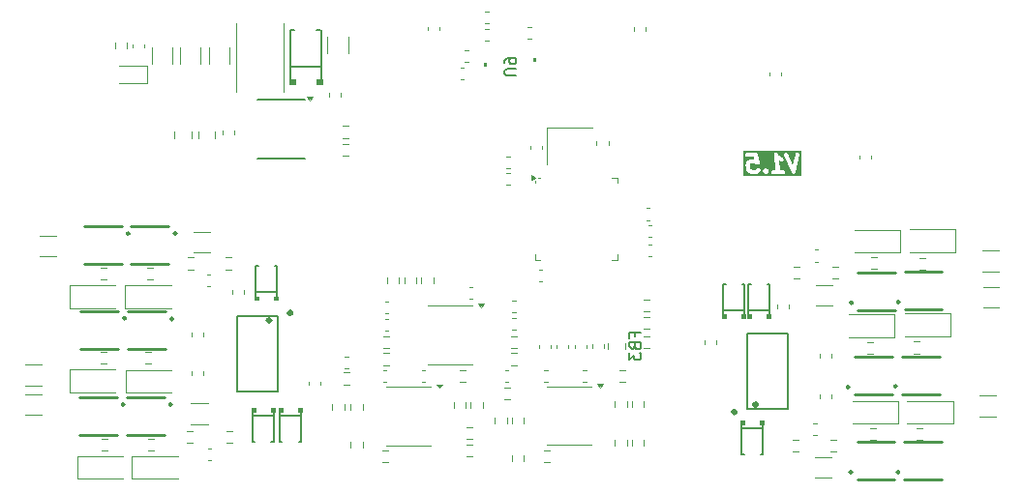
<source format=gbr>
%TF.GenerationSoftware,KiCad,Pcbnew,8.0.2*%
%TF.CreationDate,2024-07-12T01:17:03+08:00*%
%TF.ProjectId,bldcDriver,626c6463-4472-4697-9665-722e6b696361,rev?*%
%TF.SameCoordinates,Original*%
%TF.FileFunction,Legend,Bot*%
%TF.FilePolarity,Positive*%
%FSLAX46Y46*%
G04 Gerber Fmt 4.6, Leading zero omitted, Abs format (unit mm)*
G04 Created by KiCad (PCBNEW 8.0.2) date 2024-07-12 01:17:03*
%MOMM*%
%LPD*%
G01*
G04 APERTURE LIST*
%ADD10C,0.375000*%
%ADD11C,0.150000*%
%ADD12C,0.120000*%
%ADD13C,0.152000*%
%ADD14C,0.254000*%
%ADD15C,0.000000*%
%ADD16C,0.300000*%
G04 APERTURE END LIST*
D10*
G36*
X102806853Y-45371928D02*
G01*
X97703322Y-45371928D01*
X97703322Y-43460349D01*
X97890822Y-43460349D01*
X97890822Y-43533507D01*
X97918818Y-43601097D01*
X97970550Y-43652829D01*
X98038140Y-43680825D01*
X98074719Y-43684428D01*
X98639102Y-43681719D01*
X98684959Y-43881155D01*
X98385932Y-43883891D01*
X98378983Y-43881777D01*
X98354343Y-43884180D01*
X98323854Y-43884460D01*
X98315340Y-43887986D01*
X98306170Y-43888881D01*
X98272199Y-43902915D01*
X98128882Y-43982906D01*
X98112194Y-43991160D01*
X98109404Y-43993778D01*
X98107689Y-43994736D01*
X98105336Y-43997597D01*
X98085395Y-44016316D01*
X98015251Y-44101057D01*
X98004659Y-44112394D01*
X98002891Y-44115989D01*
X98001520Y-44117646D01*
X98000292Y-44121275D01*
X97988442Y-44145379D01*
X97945687Y-44266350D01*
X97942815Y-44270044D01*
X97937322Y-44290020D01*
X97925401Y-44323751D01*
X97925691Y-44332318D01*
X97923419Y-44340584D01*
X97924381Y-44377328D01*
X97968151Y-44703389D01*
X97967663Y-44705506D01*
X97971557Y-44728765D01*
X97977136Y-44770320D01*
X97979091Y-44773759D01*
X97979745Y-44777660D01*
X97996076Y-44810588D01*
X98086049Y-44949072D01*
X98094847Y-44967216D01*
X98104919Y-44978115D01*
X98107803Y-44982554D01*
X98111374Y-44985101D01*
X98119793Y-44994211D01*
X98201232Y-45063035D01*
X98213319Y-45076318D01*
X98225677Y-45083693D01*
X98229884Y-45087248D01*
X98234064Y-45088698D01*
X98244882Y-45095154D01*
X98371572Y-45152066D01*
X98372335Y-45152829D01*
X98384329Y-45157797D01*
X98431299Y-45178897D01*
X98435780Y-45179108D01*
X98439925Y-45180825D01*
X98476504Y-45184428D01*
X98808147Y-45181393D01*
X98815097Y-45183508D01*
X98839736Y-45181104D01*
X98870226Y-45180825D01*
X98878739Y-45177298D01*
X98887910Y-45176404D01*
X98921882Y-45162370D01*
X99065194Y-45082380D01*
X99081886Y-45074125D01*
X99084675Y-45071506D01*
X99086391Y-45070549D01*
X99088744Y-45067686D01*
X99108684Y-45048969D01*
X99192560Y-44947639D01*
X99208255Y-44901234D01*
X99424510Y-44901234D01*
X99426894Y-44937012D01*
X99429001Y-44972816D01*
X99429326Y-44973486D01*
X99429376Y-44974232D01*
X99445271Y-45006372D01*
X99460919Y-45038645D01*
X99461592Y-45039373D01*
X99461808Y-45039810D01*
X99462787Y-45040667D01*
X99485865Y-45065640D01*
X99548329Y-45118428D01*
X99549013Y-45119630D01*
X99558285Y-45126841D01*
X99595956Y-45158677D01*
X99596660Y-45158921D01*
X99597221Y-45159412D01*
X99602423Y-45161171D01*
X99606762Y-45164546D01*
X99636218Y-45172645D01*
X99665073Y-45182656D01*
X99665817Y-45182612D01*
X99666523Y-45182851D01*
X99672005Y-45182485D01*
X99677303Y-45183942D01*
X99707607Y-45180154D01*
X99738106Y-45178360D01*
X99738777Y-45178034D01*
X99739521Y-45177985D01*
X99744446Y-45175549D01*
X99749896Y-45174868D01*
X99776449Y-45159768D01*
X99803935Y-45146442D01*
X99804430Y-45145884D01*
X99805099Y-45145554D01*
X99810710Y-45140286D01*
X99813492Y-45138705D01*
X99816458Y-45134890D01*
X99831898Y-45120398D01*
X99910514Y-45025422D01*
X99915037Y-45020335D01*
X99915261Y-45019688D01*
X99915774Y-45019069D01*
X99927279Y-44985049D01*
X99935850Y-44960349D01*
X100149750Y-44960349D01*
X100149750Y-45033507D01*
X100177746Y-45101097D01*
X100229478Y-45152829D01*
X100297068Y-45180825D01*
X100333647Y-45184428D01*
X100744475Y-45182771D01*
X100748731Y-45183942D01*
X100758546Y-45182715D01*
X101227369Y-45180825D01*
X101294959Y-45152829D01*
X101346691Y-45101097D01*
X101374687Y-45033507D01*
X101374687Y-44960349D01*
X101346691Y-44892759D01*
X101294959Y-44841027D01*
X101227369Y-44813031D01*
X101190790Y-44809428D01*
X100927486Y-44810489D01*
X100827404Y-44024697D01*
X101011655Y-44107468D01*
X101084732Y-44110917D01*
X101153567Y-44086137D01*
X101207679Y-44036901D01*
X101238829Y-43970706D01*
X101242278Y-43897629D01*
X101217497Y-43828793D01*
X101168262Y-43774682D01*
X101136698Y-43755847D01*
X101014738Y-43701058D01*
X100890531Y-43593797D01*
X100787883Y-43467189D01*
X101246734Y-43467189D01*
X101249446Y-43540297D01*
X101261411Y-43575051D01*
X101942948Y-45053693D01*
X101945491Y-45067111D01*
X101957772Y-45085856D01*
X101967427Y-45106802D01*
X101977815Y-45116448D01*
X101985585Y-45128306D01*
X102004374Y-45141108D01*
X102021039Y-45156581D01*
X102034329Y-45161517D01*
X102046044Y-45169499D01*
X102068304Y-45174136D01*
X102089621Y-45182054D01*
X102103786Y-45181528D01*
X102117665Y-45184420D01*
X102140008Y-45180185D01*
X102162730Y-45179343D01*
X102175613Y-45173438D01*
X102189544Y-45170798D01*
X102208569Y-45158333D01*
X102229235Y-45148861D01*
X102238878Y-45138474D01*
X102250739Y-45130704D01*
X102263543Y-45111910D01*
X102279014Y-45095249D01*
X102283949Y-45081960D01*
X102291932Y-45070245D01*
X102302920Y-45035169D01*
X102619353Y-43498625D01*
X102605731Y-43426746D01*
X102565637Y-43365550D01*
X102505178Y-43324357D01*
X102433557Y-43309436D01*
X102361678Y-43323059D01*
X102300483Y-43363152D01*
X102259290Y-43423612D01*
X102248302Y-43458687D01*
X102053286Y-44405649D01*
X101583794Y-43387054D01*
X101530183Y-43337275D01*
X101461600Y-43311801D01*
X101388492Y-43314513D01*
X101321987Y-43344995D01*
X101272208Y-43398606D01*
X101246734Y-43467189D01*
X100787883Y-43467189D01*
X100725849Y-43390676D01*
X100716495Y-43374226D01*
X100705712Y-43365840D01*
X100696197Y-43354103D01*
X100676526Y-43343139D01*
X100658745Y-43329310D01*
X100644865Y-43325493D01*
X100632294Y-43318487D01*
X100609921Y-43315885D01*
X100588205Y-43309914D01*
X100573924Y-43311699D01*
X100559623Y-43310036D01*
X100537956Y-43316194D01*
X100515612Y-43318988D01*
X100503097Y-43326104D01*
X100489252Y-43330040D01*
X100471598Y-43344015D01*
X100452016Y-43355151D01*
X100443176Y-43366516D01*
X100431893Y-43375449D01*
X100420929Y-43395119D01*
X100407100Y-43412901D01*
X100403283Y-43426780D01*
X100396277Y-43439352D01*
X100393675Y-43461724D01*
X100387704Y-43483441D01*
X100388337Y-43507626D01*
X100387826Y-43512023D01*
X100388515Y-43514449D01*
X100388666Y-43520185D01*
X100553196Y-44811998D01*
X100297068Y-44813031D01*
X100229478Y-44841027D01*
X100177746Y-44892759D01*
X100149750Y-44960349D01*
X99935850Y-44960349D01*
X99939018Y-44951219D01*
X99938974Y-44950473D01*
X99939213Y-44949767D01*
X99936828Y-44913988D01*
X99934722Y-44878185D01*
X99934396Y-44877514D01*
X99934347Y-44876769D01*
X99918427Y-44844577D01*
X99902804Y-44812356D01*
X99902133Y-44811629D01*
X99901916Y-44811191D01*
X99900930Y-44810328D01*
X99877858Y-44785361D01*
X99815393Y-44732571D01*
X99814710Y-44731369D01*
X99805434Y-44724154D01*
X99767769Y-44692323D01*
X99767061Y-44692077D01*
X99766501Y-44691587D01*
X99761300Y-44689828D01*
X99756961Y-44686453D01*
X99727508Y-44678354D01*
X99698652Y-44668343D01*
X99697905Y-44668386D01*
X99697199Y-44668148D01*
X99691717Y-44668513D01*
X99686420Y-44667057D01*
X99656114Y-44670845D01*
X99625618Y-44672639D01*
X99624944Y-44672965D01*
X99624201Y-44673015D01*
X99619277Y-44675449D01*
X99613827Y-44676131D01*
X99587267Y-44691233D01*
X99559789Y-44704557D01*
X99559293Y-44705114D01*
X99558623Y-44705446D01*
X99553013Y-44710712D01*
X99550231Y-44712294D01*
X99547264Y-44716108D01*
X99531824Y-44730602D01*
X99453232Y-44825549D01*
X99448685Y-44830665D01*
X99448459Y-44831315D01*
X99447949Y-44831932D01*
X99436468Y-44865875D01*
X99424705Y-44899782D01*
X99424748Y-44900527D01*
X99424510Y-44901234D01*
X99208255Y-44901234D01*
X99215999Y-44878337D01*
X99211132Y-44805339D01*
X99178701Y-44739762D01*
X99123644Y-44691587D01*
X99054342Y-44668148D01*
X98981344Y-44673015D01*
X98915766Y-44705446D01*
X98888967Y-44730602D01*
X98851912Y-44775367D01*
X98790176Y-44809825D01*
X98522942Y-44812271D01*
X98433683Y-44772173D01*
X98391622Y-44736627D01*
X98336213Y-44651344D01*
X98299873Y-44380637D01*
X98324313Y-44311486D01*
X98342165Y-44289918D01*
X98403904Y-44255459D01*
X98671135Y-44253013D01*
X98760397Y-44293112D01*
X98814958Y-44339221D01*
X98820487Y-44347064D01*
X98835412Y-44356506D01*
X98854884Y-44372962D01*
X98869361Y-44377984D01*
X98882313Y-44386179D01*
X98903595Y-44389862D01*
X98924001Y-44396942D01*
X98939301Y-44396041D01*
X98954400Y-44398655D01*
X98975468Y-44393914D01*
X98997035Y-44392646D01*
X99010825Y-44385959D01*
X99025774Y-44382596D01*
X99043427Y-44370151D01*
X99062864Y-44360728D01*
X99073043Y-44349275D01*
X99085570Y-44340446D01*
X99097119Y-44322190D01*
X99111467Y-44306049D01*
X99116489Y-44291572D01*
X99124684Y-44278620D01*
X99128367Y-44257337D01*
X99135447Y-44236932D01*
X99134546Y-44221631D01*
X99137160Y-44206533D01*
X99132646Y-44170055D01*
X98972901Y-43475302D01*
X98972901Y-43460349D01*
X98965172Y-43441690D01*
X98960386Y-43420873D01*
X98951083Y-43407676D01*
X98944905Y-43392759D01*
X98930210Y-43378064D01*
X98918236Y-43361077D01*
X98904589Y-43352443D01*
X98893173Y-43341027D01*
X98873973Y-43333074D01*
X98856410Y-43321963D01*
X98840499Y-43319209D01*
X98825583Y-43313031D01*
X98789004Y-43309428D01*
X98038140Y-43313031D01*
X97970550Y-43341027D01*
X97918818Y-43392759D01*
X97890822Y-43460349D01*
X97703322Y-43460349D01*
X97703322Y-43121928D01*
X102806853Y-43121928D01*
X102806853Y-45371928D01*
G37*
D11*
X77845180Y-36561905D02*
X77035657Y-36561905D01*
X77035657Y-36561905D02*
X76940419Y-36514286D01*
X76940419Y-36514286D02*
X76892800Y-36466667D01*
X76892800Y-36466667D02*
X76845180Y-36371429D01*
X76845180Y-36371429D02*
X76845180Y-36180953D01*
X76845180Y-36180953D02*
X76892800Y-36085715D01*
X76892800Y-36085715D02*
X76940419Y-36038096D01*
X76940419Y-36038096D02*
X77035657Y-35990477D01*
X77035657Y-35990477D02*
X77845180Y-35990477D01*
X76845180Y-35466667D02*
X76845180Y-35276191D01*
X76845180Y-35276191D02*
X76892800Y-35180953D01*
X76892800Y-35180953D02*
X76940419Y-35133334D01*
X76940419Y-35133334D02*
X77083276Y-35038096D01*
X77083276Y-35038096D02*
X77273752Y-34990477D01*
X77273752Y-34990477D02*
X77654704Y-34990477D01*
X77654704Y-34990477D02*
X77749942Y-35038096D01*
X77749942Y-35038096D02*
X77797561Y-35085715D01*
X77797561Y-35085715D02*
X77845180Y-35180953D01*
X77845180Y-35180953D02*
X77845180Y-35371429D01*
X77845180Y-35371429D02*
X77797561Y-35466667D01*
X77797561Y-35466667D02*
X77749942Y-35514286D01*
X77749942Y-35514286D02*
X77654704Y-35561905D01*
X77654704Y-35561905D02*
X77416609Y-35561905D01*
X77416609Y-35561905D02*
X77321371Y-35514286D01*
X77321371Y-35514286D02*
X77273752Y-35466667D01*
X77273752Y-35466667D02*
X77226133Y-35371429D01*
X77226133Y-35371429D02*
X77226133Y-35180953D01*
X77226133Y-35180953D02*
X77273752Y-35085715D01*
X77273752Y-35085715D02*
X77321371Y-35038096D01*
X77321371Y-35038096D02*
X77416609Y-34990477D01*
X88241009Y-59429166D02*
X88241009Y-59095833D01*
X88764819Y-59095833D02*
X87764819Y-59095833D01*
X87764819Y-59095833D02*
X87764819Y-59572023D01*
X88241009Y-60286309D02*
X88288628Y-60429166D01*
X88288628Y-60429166D02*
X88336247Y-60476785D01*
X88336247Y-60476785D02*
X88431485Y-60524404D01*
X88431485Y-60524404D02*
X88574342Y-60524404D01*
X88574342Y-60524404D02*
X88669580Y-60476785D01*
X88669580Y-60476785D02*
X88717200Y-60429166D01*
X88717200Y-60429166D02*
X88764819Y-60333928D01*
X88764819Y-60333928D02*
X88764819Y-59952976D01*
X88764819Y-59952976D02*
X87764819Y-59952976D01*
X87764819Y-59952976D02*
X87764819Y-60286309D01*
X87764819Y-60286309D02*
X87812438Y-60381547D01*
X87812438Y-60381547D02*
X87860057Y-60429166D01*
X87860057Y-60429166D02*
X87955295Y-60476785D01*
X87955295Y-60476785D02*
X88050533Y-60476785D01*
X88050533Y-60476785D02*
X88145771Y-60429166D01*
X88145771Y-60429166D02*
X88193390Y-60381547D01*
X88193390Y-60381547D02*
X88241009Y-60286309D01*
X88241009Y-60286309D02*
X88241009Y-59952976D01*
X87764819Y-60857738D02*
X87764819Y-61476785D01*
X87764819Y-61476785D02*
X88145771Y-61143452D01*
X88145771Y-61143452D02*
X88145771Y-61286309D01*
X88145771Y-61286309D02*
X88193390Y-61381547D01*
X88193390Y-61381547D02*
X88241009Y-61429166D01*
X88241009Y-61429166D02*
X88336247Y-61476785D01*
X88336247Y-61476785D02*
X88574342Y-61476785D01*
X88574342Y-61476785D02*
X88669580Y-61429166D01*
X88669580Y-61429166D02*
X88717200Y-61381547D01*
X88717200Y-61381547D02*
X88764819Y-61286309D01*
X88764819Y-61286309D02*
X88764819Y-61000595D01*
X88764819Y-61000595D02*
X88717200Y-60905357D01*
X88717200Y-60905357D02*
X88669580Y-60857738D01*
D12*
%TO.C,R20*%
X87977500Y-65057776D02*
X87977500Y-65567224D01*
X89022500Y-65057776D02*
X89022500Y-65567224D01*
%TO.C,C9*%
X84520000Y-60408767D02*
X84520000Y-60116233D01*
X85540000Y-60408767D02*
X85540000Y-60116233D01*
%TO.C,U8*%
X70150000Y-56740000D02*
X72100000Y-56740000D01*
X70150000Y-61860000D02*
X72100000Y-61860000D01*
X74050000Y-56740000D02*
X72100000Y-56740000D01*
X74050000Y-61860000D02*
X72100000Y-61860000D01*
X74800000Y-56835000D02*
X74560000Y-56505000D01*
X75040000Y-56505000D01*
X74800000Y-56835000D01*
G36*
X74800000Y-56835000D02*
G01*
X74560000Y-56505000D01*
X75040000Y-56505000D01*
X74800000Y-56835000D01*
G37*
%TO.C,R2*%
X63145724Y-42531500D02*
X62636276Y-42531500D01*
X63145724Y-43576500D02*
X62636276Y-43576500D01*
%TO.C,R23*%
X52475276Y-67667500D02*
X52984724Y-67667500D01*
X52475276Y-68712500D02*
X52984724Y-68712500D01*
%TO.C,R3*%
X42758500Y-34183724D02*
X42758500Y-33674276D01*
X43803500Y-34183724D02*
X43803500Y-33674276D01*
%TO.C,R54*%
X68071250Y-54239026D02*
X68071250Y-54748474D01*
X69116250Y-54239026D02*
X69116250Y-54748474D01*
%TO.C,C6*%
X48431000Y-34092748D02*
X48431000Y-35515252D01*
X50251000Y-34092748D02*
X50251000Y-35515252D01*
D13*
%TO.C,D2*%
X97574000Y-69776000D02*
X97574000Y-67024000D01*
X97767000Y-69776000D02*
X97574000Y-69776000D01*
X99233000Y-69776000D02*
X99426000Y-69776000D01*
X99376000Y-67483000D02*
X97624000Y-67483000D01*
X99426000Y-69776000D02*
X99426000Y-67024000D01*
D12*
X97818000Y-67100000D02*
X97498000Y-67100000D01*
X97498000Y-66795000D01*
X97818000Y-66795000D01*
X97818000Y-67100000D01*
G36*
X97818000Y-67100000D02*
G01*
X97498000Y-67100000D01*
X97498000Y-66795000D01*
X97818000Y-66795000D01*
X97818000Y-67100000D01*
G37*
X99502000Y-67100000D02*
X99182000Y-67100000D01*
X99182000Y-66795000D01*
X99502000Y-66795000D01*
X99502000Y-67100000D01*
G36*
X99502000Y-67100000D02*
G01*
X99182000Y-67100000D01*
X99182000Y-66795000D01*
X99502000Y-66795000D01*
X99502000Y-67100000D01*
G37*
%TO.C,C18*%
X79853733Y-53540000D02*
X80146267Y-53540000D01*
X79853733Y-54560000D02*
X80146267Y-54560000D01*
%TO.C,R8*%
X42057224Y-68377500D02*
X41547776Y-68377500D01*
X42057224Y-69422500D02*
X41547776Y-69422500D01*
D14*
%TO.C,Q11*%
X111817500Y-53779476D02*
X115117500Y-53779476D01*
X115117500Y-57079476D02*
X111817500Y-57079476D01*
X111367500Y-56429476D02*
G75*
G02*
X111167500Y-56429476I-100000J0D01*
G01*
X111167500Y-56429476D02*
G75*
G02*
X111367500Y-56429476I100000J0D01*
G01*
D12*
%TO.C,R17*%
X113097776Y-52548976D02*
X113607224Y-52548976D01*
X113097776Y-53593976D02*
X113607224Y-53593976D01*
%TO.C,C4*%
X61481000Y-38107733D02*
X61481000Y-38400267D01*
X62501000Y-38107733D02*
X62501000Y-38400267D01*
%TO.C,C41*%
X76891233Y-62390000D02*
X77183767Y-62390000D01*
X76891233Y-63410000D02*
X77183767Y-63410000D01*
D14*
%TO.C,Q9*%
X111565000Y-61150000D02*
X114865000Y-61150000D01*
X114865000Y-64450000D02*
X111565000Y-64450000D01*
X111115000Y-63800000D02*
G75*
G02*
X110915000Y-63800000I-100000J0D01*
G01*
X110915000Y-63800000D02*
G75*
G02*
X111115000Y-63800000I100000J0D01*
G01*
D12*
%TO.C,C29*%
X52990000Y-55646267D02*
X52990000Y-55353733D01*
X54010000Y-55646267D02*
X54010000Y-55353733D01*
D14*
%TO.C,Q8*%
X107667500Y-68671476D02*
X110967500Y-68671476D01*
X110967500Y-71971476D02*
X107667500Y-71971476D01*
X107217500Y-71321476D02*
G75*
G02*
X107017500Y-71321476I-100000J0D01*
G01*
X107017500Y-71321476D02*
G75*
G02*
X107217500Y-71321476I100000J0D01*
G01*
D12*
%TO.C,R4*%
X41974724Y-60777500D02*
X41465276Y-60777500D01*
X41974724Y-61822500D02*
X41465276Y-61822500D01*
D14*
%TO.C,Q13*%
X39618500Y-64725000D02*
X42918500Y-64725000D01*
X42918500Y-68025000D02*
X39618500Y-68025000D01*
X43568500Y-65375000D02*
G75*
G02*
X43368500Y-65375000I-100000J0D01*
G01*
X43368500Y-65375000D02*
G75*
G02*
X43568500Y-65375000I100000J0D01*
G01*
D12*
%TO.C,R19*%
X46034724Y-53387500D02*
X45525276Y-53387500D01*
X46034724Y-54432500D02*
X45525276Y-54432500D01*
%TO.C,D22*%
X43662500Y-62350000D02*
X43662500Y-64350000D01*
X47672500Y-62350000D02*
X43662500Y-62350000D01*
X47672500Y-64350000D02*
X43662500Y-64350000D01*
%TO.C,C68*%
X84890000Y-42316233D02*
X84890000Y-42608767D01*
X85910000Y-42316233D02*
X85910000Y-42608767D01*
%TO.C,C35*%
X50813733Y-54000000D02*
X51106267Y-54000000D01*
X50813733Y-55020000D02*
X51106267Y-55020000D01*
%TO.C,C2*%
X47956000Y-41492748D02*
X47956000Y-42015252D01*
X49426000Y-41492748D02*
X49426000Y-42015252D01*
%TO.C,D19*%
X106950000Y-57471476D02*
X110960000Y-57471476D01*
X106950000Y-59471476D02*
X110960000Y-59471476D01*
X110960000Y-59471476D02*
X110960000Y-57471476D01*
%TO.C,C30*%
X49490000Y-59383767D02*
X49490000Y-59091233D01*
X50510000Y-59383767D02*
X50510000Y-59091233D01*
%TO.C,R30*%
X86477500Y-68942224D02*
X86477500Y-68432776D01*
X87522500Y-68942224D02*
X87522500Y-68432776D01*
%TO.C,R37*%
X72882776Y-62377500D02*
X73392224Y-62377500D01*
X72882776Y-63422500D02*
X73392224Y-63422500D01*
%TO.C,C50*%
X44331000Y-33807733D02*
X44331000Y-34100267D01*
X45351000Y-33807733D02*
X45351000Y-34100267D01*
D14*
%TO.C,Q14*%
X43885000Y-57240000D02*
X47185000Y-57240000D01*
X47185000Y-60540000D02*
X43885000Y-60540000D01*
X47835000Y-57890000D02*
G75*
G02*
X47635000Y-57890000I-100000J0D01*
G01*
X47635000Y-57890000D02*
G75*
G02*
X47835000Y-57890000I100000J0D01*
G01*
D12*
%TO.C,C42*%
X62853733Y-61190000D02*
X63146267Y-61190000D01*
X62853733Y-62210000D02*
X63146267Y-62210000D01*
%TO.C,U6*%
X80550000Y-63805000D02*
X82500000Y-63805000D01*
X80550000Y-68925000D02*
X82500000Y-68925000D01*
X84450000Y-63805000D02*
X82500000Y-63805000D01*
X84450000Y-68925000D02*
X82500000Y-68925000D01*
X85200000Y-63900000D02*
X84960000Y-63570000D01*
X85440000Y-63570000D01*
X85200000Y-63900000D01*
G36*
X85200000Y-63900000D02*
G01*
X84960000Y-63570000D01*
X85440000Y-63570000D01*
X85200000Y-63900000D01*
G37*
%TO.C,R45*%
X77477500Y-70354724D02*
X77477500Y-69845276D01*
X78522500Y-70354724D02*
X78522500Y-69845276D01*
%TO.C,C33*%
X118388748Y-64590000D02*
X119811252Y-64590000D01*
X118388748Y-66410000D02*
X119811252Y-66410000D01*
D14*
%TO.C,Q15*%
X40055000Y-49750714D02*
X43355000Y-49750714D01*
X43355000Y-53050714D02*
X40055000Y-53050714D01*
X44005000Y-50400714D02*
G75*
G02*
X43805000Y-50400714I-100000J0D01*
G01*
X43805000Y-50400714D02*
G75*
G02*
X44005000Y-50400714I100000J0D01*
G01*
%TO.C,Q1*%
X43767500Y-64725000D02*
X47067500Y-64725000D01*
X47067500Y-68025000D02*
X43767500Y-68025000D01*
X47717500Y-65375000D02*
G75*
G02*
X47517500Y-65375000I-100000J0D01*
G01*
X47517500Y-65375000D02*
G75*
G02*
X47717500Y-65375000I100000J0D01*
G01*
D12*
%TO.C,C27*%
X69883767Y-62390000D02*
X69591233Y-62390000D01*
X69883767Y-63410000D02*
X69591233Y-63410000D01*
D15*
%TO.C,U9*%
G36*
X75293400Y-35790501D02*
G01*
X75039400Y-35790501D01*
X75039400Y-35409501D01*
X75293400Y-35409501D01*
X75293400Y-35790501D01*
G37*
G36*
X79560600Y-35390502D02*
G01*
X79306600Y-35390502D01*
X79306600Y-35009502D01*
X79560600Y-35009502D01*
X79560600Y-35390502D01*
G37*
D12*
%TO.C,U7*%
X66462500Y-63845000D02*
X68412500Y-63845000D01*
X66462500Y-68965000D02*
X68412500Y-68965000D01*
X70362500Y-63845000D02*
X68412500Y-63845000D01*
X70362500Y-68965000D02*
X68412500Y-68965000D01*
X71112500Y-63940000D02*
X70872500Y-63610000D01*
X71352500Y-63610000D01*
X71112500Y-63940000D01*
G36*
X71112500Y-63940000D02*
G01*
X70872500Y-63610000D01*
X71352500Y-63610000D01*
X71112500Y-63940000D01*
G37*
%TO.C,C47*%
X73753733Y-55090000D02*
X74046267Y-55090000D01*
X73753733Y-56110000D02*
X74046267Y-56110000D01*
%TO.C,U5*%
X79490000Y-45790000D02*
X79490000Y-45965000D01*
X79490000Y-52710000D02*
X79490000Y-52235000D01*
X79730000Y-45490000D02*
X79965000Y-45490000D01*
X79965000Y-52710000D02*
X79490000Y-52710000D01*
X86235000Y-45490000D02*
X86710000Y-45490000D01*
X86235000Y-52710000D02*
X86710000Y-52710000D01*
X86710000Y-45490000D02*
X86710000Y-45965000D01*
X86710000Y-52710000D02*
X86710000Y-52235000D01*
X79490000Y-45490000D02*
X79160000Y-45730000D01*
X79160000Y-45250000D01*
X79490000Y-45490000D01*
G36*
X79490000Y-45490000D02*
G01*
X79160000Y-45730000D01*
X79160000Y-45250000D01*
X79490000Y-45490000D01*
G37*
%TO.C,C51*%
X36311252Y-64490000D02*
X34888748Y-64490000D01*
X36311252Y-66310000D02*
X34888748Y-66310000D01*
%TO.C,R21*%
X73877500Y-65145276D02*
X73877500Y-65654724D01*
X74922500Y-65145276D02*
X74922500Y-65654724D01*
%TO.C,R22*%
X49584724Y-67667500D02*
X49075276Y-67667500D01*
X49584724Y-68712500D02*
X49075276Y-68712500D01*
%TO.C,R11*%
X105448564Y-69990000D02*
X103994436Y-69990000D01*
X105448564Y-71810000D02*
X103994436Y-71810000D01*
%TO.C,D8*%
X43116000Y-37189000D02*
X45576000Y-37189000D01*
X45576000Y-35719000D02*
X43116000Y-35719000D01*
X45576000Y-37189000D02*
X45576000Y-35719000D01*
%TO.C,R44*%
X80754724Y-69377500D02*
X80245276Y-69377500D01*
X80754724Y-70422500D02*
X80245276Y-70422500D01*
%TO.C,R50*%
X76845276Y-63877500D02*
X77354724Y-63877500D01*
X76845276Y-64922500D02*
X77354724Y-64922500D01*
%TO.C,R29*%
X102647224Y-53328976D02*
X102137776Y-53328976D01*
X102647224Y-54373976D02*
X102137776Y-54373976D01*
%TO.C,C12*%
X118626248Y-51890000D02*
X120048752Y-51890000D01*
X118626248Y-53710000D02*
X120048752Y-53710000D01*
%TO.C,R24*%
X49614724Y-52487500D02*
X49105276Y-52487500D01*
X49614724Y-53532500D02*
X49105276Y-53532500D01*
%TO.C,C14*%
X118688748Y-55090000D02*
X120111252Y-55090000D01*
X118688748Y-56910000D02*
X120111252Y-56910000D01*
%TO.C,C10*%
X83020000Y-60433767D02*
X83020000Y-60141233D01*
X84040000Y-60433767D02*
X84040000Y-60141233D01*
%TO.C,R41*%
X77867224Y-60877500D02*
X77357776Y-60877500D01*
X77867224Y-61922500D02*
X77357776Y-61922500D01*
%TO.C,R7*%
X46144724Y-68377500D02*
X45635276Y-68377500D01*
X46144724Y-69422500D02*
X45635276Y-69422500D01*
%TO.C,C48*%
X66646267Y-57890000D02*
X66353733Y-57890000D01*
X66646267Y-58910000D02*
X66353733Y-58910000D01*
%TO.C,FB3*%
X85895000Y-60001248D02*
X85895000Y-60523752D01*
X87365000Y-60001248D02*
X87365000Y-60523752D01*
%TO.C,C52*%
X70090000Y-32291233D02*
X70090000Y-32583767D01*
X71110000Y-32291233D02*
X71110000Y-32583767D01*
D13*
%TO.C,D1*%
X58077000Y-32539000D02*
X58077000Y-37208000D01*
X58077000Y-35789000D02*
X60805000Y-35789000D01*
X58428000Y-32545000D02*
X58077000Y-32545000D01*
X60360000Y-32545000D02*
X60711000Y-32545000D01*
X60787000Y-32545000D02*
X60805000Y-37230000D01*
D12*
X58479000Y-37306000D02*
X58001000Y-37306000D01*
X58001000Y-36849000D01*
X58479000Y-36849000D01*
X58479000Y-37306000D01*
G36*
X58479000Y-37306000D02*
G01*
X58001000Y-37306000D01*
X58001000Y-36849000D01*
X58479000Y-36849000D01*
X58479000Y-37306000D01*
G37*
X60881000Y-37319000D02*
X60403000Y-37319000D01*
X60403000Y-36862000D01*
X60881000Y-36862000D01*
X60881000Y-37319000D01*
G36*
X60881000Y-37319000D02*
G01*
X60403000Y-37319000D01*
X60403000Y-36862000D01*
X60881000Y-36862000D01*
X60881000Y-37319000D01*
G37*
%TO.C,FB2*%
X61331000Y-34581064D02*
X61331000Y-33126936D01*
X63151000Y-34581064D02*
X63151000Y-33126936D01*
%TO.C,R5*%
X45934724Y-60767500D02*
X45425276Y-60767500D01*
X45934724Y-61812500D02*
X45425276Y-61812500D01*
%TO.C,C16*%
X104382500Y-64524209D02*
X104382500Y-64816743D01*
X105402500Y-64524209D02*
X105402500Y-64816743D01*
D14*
%TO.C,Q7*%
X111796500Y-68656476D02*
X115096500Y-68656476D01*
X115096500Y-71956476D02*
X111796500Y-71956476D01*
X111346500Y-71306476D02*
G75*
G02*
X111146500Y-71306476I-100000J0D01*
G01*
X111146500Y-71306476D02*
G75*
G02*
X111346500Y-71306476I100000J0D01*
G01*
D12*
%TO.C,C34*%
X36311252Y-61890000D02*
X34888748Y-61890000D01*
X36311252Y-63710000D02*
X34888748Y-63710000D01*
%TO.C,C44*%
X77491233Y-57790000D02*
X77783767Y-57790000D01*
X77491233Y-58810000D02*
X77783767Y-58810000D01*
%TO.C,C19*%
X77016233Y-45140000D02*
X77308767Y-45140000D01*
X77016233Y-46160000D02*
X77308767Y-46160000D01*
D14*
%TO.C,Q12*%
X107727500Y-53806476D02*
X111027500Y-53806476D01*
X111027500Y-57106476D02*
X107727500Y-57106476D01*
X107277500Y-56456476D02*
G75*
G02*
X107077500Y-56456476I-100000J0D01*
G01*
X107077500Y-56456476D02*
G75*
G02*
X107277500Y-56456476I100000J0D01*
G01*
D12*
%TO.C,R18*%
X108885276Y-52468976D02*
X109394724Y-52468976D01*
X108885276Y-53513976D02*
X109394724Y-53513976D01*
%TO.C,C26*%
X100690000Y-56946267D02*
X100690000Y-56653733D01*
X101710000Y-56946267D02*
X101710000Y-56653733D01*
%TO.C,C46*%
X66191233Y-62390000D02*
X66483767Y-62390000D01*
X66191233Y-63410000D02*
X66483767Y-63410000D01*
%TO.C,R57*%
X88957776Y-57690000D02*
X89467224Y-57690000D01*
X88957776Y-58735000D02*
X89467224Y-58735000D01*
%TO.C,R26*%
X105345276Y-68477500D02*
X105854724Y-68477500D01*
X105345276Y-69522500D02*
X105854724Y-69522500D01*
%TO.C,R48*%
X77477500Y-66545276D02*
X77477500Y-67054724D01*
X78522500Y-66545276D02*
X78522500Y-67054724D01*
%TO.C,C45*%
X80291233Y-62390000D02*
X80583767Y-62390000D01*
X80291233Y-63410000D02*
X80583767Y-63410000D01*
%TO.C,R31*%
X87977500Y-68942224D02*
X87977500Y-68432776D01*
X89022500Y-68942224D02*
X89022500Y-68432776D01*
%TO.C,R14*%
X108806776Y-67448976D02*
X109316224Y-67448976D01*
X108806776Y-68493976D02*
X109316224Y-68493976D01*
%TO.C,C23*%
X79146267Y-32290000D02*
X78853733Y-32290000D01*
X79146267Y-33310000D02*
X78853733Y-33310000D01*
%TO.C,C49*%
X37611252Y-50590000D02*
X36188748Y-50590000D01*
X37611252Y-52410000D02*
X36188748Y-52410000D01*
D13*
%TO.C,D7*%
X55074000Y-53224000D02*
X55074000Y-55976000D01*
X55124000Y-55517000D02*
X56876000Y-55517000D01*
X55267000Y-53224000D02*
X55074000Y-53224000D01*
X56733000Y-53224000D02*
X56926000Y-53224000D01*
X56926000Y-53224000D02*
X56926000Y-55976000D01*
D12*
X55318000Y-56205000D02*
X54998000Y-56205000D01*
X54998000Y-55900000D01*
X55318000Y-55900000D01*
X55318000Y-56205000D01*
G36*
X55318000Y-56205000D02*
G01*
X54998000Y-56205000D01*
X54998000Y-55900000D01*
X55318000Y-55900000D01*
X55318000Y-56205000D01*
G37*
X57002000Y-56205000D02*
X56682000Y-56205000D01*
X56682000Y-55900000D01*
X57002000Y-55900000D01*
X57002000Y-56205000D01*
G36*
X57002000Y-56205000D02*
G01*
X56682000Y-56205000D01*
X56682000Y-55900000D01*
X57002000Y-55900000D01*
X57002000Y-56205000D01*
G37*
%TO.C,C7*%
X45971000Y-34072748D02*
X45971000Y-35495252D01*
X47791000Y-34072748D02*
X47791000Y-35495252D01*
%TO.C,C43*%
X66646267Y-56390000D02*
X66353733Y-56390000D01*
X66646267Y-57410000D02*
X66353733Y-57410000D01*
D13*
%TO.C,D3*%
X95974000Y-54824000D02*
X95974000Y-57576000D01*
X96024000Y-57117000D02*
X97776000Y-57117000D01*
X96167000Y-54824000D02*
X95974000Y-54824000D01*
X97633000Y-54824000D02*
X97826000Y-54824000D01*
X97826000Y-54824000D02*
X97826000Y-57576000D01*
D12*
X96218000Y-57805000D02*
X95898000Y-57805000D01*
X95898000Y-57500000D01*
X96218000Y-57500000D01*
X96218000Y-57805000D01*
G36*
X96218000Y-57805000D02*
G01*
X95898000Y-57805000D01*
X95898000Y-57500000D01*
X96218000Y-57500000D01*
X96218000Y-57805000D01*
G37*
X97902000Y-57805000D02*
X97582000Y-57805000D01*
X97582000Y-57500000D01*
X97902000Y-57500000D01*
X97902000Y-57805000D01*
G36*
X97902000Y-57805000D02*
G01*
X97582000Y-57805000D01*
X97582000Y-57500000D01*
X97902000Y-57500000D01*
X97902000Y-57805000D01*
G37*
%TO.C,R9*%
X49402936Y-65270000D02*
X50857064Y-65270000D01*
X49402936Y-67090000D02*
X50857064Y-67090000D01*
%TO.C,C17*%
X89676499Y-49690000D02*
X89383965Y-49690000D01*
X89676499Y-50710000D02*
X89383965Y-50710000D01*
%TO.C,C40*%
X79890000Y-60438767D02*
X79890000Y-60146233D01*
X80910000Y-60438767D02*
X80910000Y-60146233D01*
%TO.C,D20*%
X112270000Y-50051476D02*
X116280000Y-50051476D01*
X112270000Y-52051476D02*
X116280000Y-52051476D01*
X116280000Y-52051476D02*
X116280000Y-50051476D01*
%TO.C,C22*%
X73353733Y-34385001D02*
X73646267Y-34385001D01*
X73353733Y-35405001D02*
X73646267Y-35405001D01*
%TO.C,C20*%
X77003733Y-43640000D02*
X77296267Y-43640000D01*
X77003733Y-44660000D02*
X77296267Y-44660000D01*
%TO.C,R55*%
X66561250Y-54239026D02*
X66561250Y-54748474D01*
X67606250Y-54239026D02*
X67606250Y-54748474D01*
%TO.C,R56*%
X88957776Y-59377500D02*
X89467224Y-59377500D01*
X88957776Y-60422500D02*
X89467224Y-60422500D01*
%TO.C,R51*%
X63377500Y-65345276D02*
X63377500Y-65854724D01*
X64422500Y-65345276D02*
X64422500Y-65854724D01*
D14*
%TO.C,Q16*%
X44164000Y-49760000D02*
X47464000Y-49760000D01*
X47464000Y-53060000D02*
X44164000Y-53060000D01*
X48114000Y-50410000D02*
G75*
G02*
X47914000Y-50410000I-100000J0D01*
G01*
X47914000Y-50410000D02*
G75*
G02*
X48114000Y-50410000I100000J0D01*
G01*
D12*
%TO.C,L1*%
X53341000Y-32004000D02*
X53341000Y-38004000D01*
X57541000Y-32004000D02*
X57541000Y-38004000D01*
%TO.C,R32*%
X74042224Y-68877500D02*
X73532776Y-68877500D01*
X74042224Y-69922500D02*
X73532776Y-69922500D01*
%TO.C,R33*%
X74042224Y-67377500D02*
X73532776Y-67377500D01*
X74042224Y-68422500D02*
X73532776Y-68422500D01*
%TO.C,C67*%
X79090000Y-42986267D02*
X79090000Y-42693733D01*
X80110000Y-42986267D02*
X80110000Y-42693733D01*
%TO.C,C53*%
X77491233Y-56290000D02*
X77783767Y-56290000D01*
X77491233Y-57310000D02*
X77783767Y-57310000D01*
%TO.C,D17*%
X107259000Y-65071476D02*
X111269000Y-65071476D01*
X107259000Y-67071476D02*
X111269000Y-67071476D01*
X111269000Y-67071476D02*
X111269000Y-65071476D01*
%TO.C,R40*%
X69561250Y-54748474D02*
X69561250Y-54239026D01*
X70606250Y-54748474D02*
X70606250Y-54239026D01*
D13*
%TO.C,U1*%
X98029000Y-59145500D02*
X101571000Y-59145500D01*
X98029000Y-65797500D02*
X98029000Y-59145500D01*
X101571000Y-59145500D02*
X101571000Y-65797500D01*
X101571000Y-65797500D02*
X98029000Y-65797500D01*
D16*
X97079000Y-66030500D02*
G75*
G02*
X96779000Y-66030500I-150000J0D01*
G01*
X96779000Y-66030500D02*
G75*
G02*
X97079000Y-66030500I150000J0D01*
G01*
X98931000Y-65396500D02*
G75*
G02*
X98631000Y-65396500I-150000J0D01*
G01*
X98631000Y-65396500D02*
G75*
G02*
X98931000Y-65396500I150000J0D01*
G01*
D12*
%TO.C,C11*%
X83983767Y-62390000D02*
X83691233Y-62390000D01*
X83983767Y-63410000D02*
X83691233Y-63410000D01*
%TO.C,C1*%
X50056000Y-41492748D02*
X50056000Y-42015252D01*
X51526000Y-41492748D02*
X51526000Y-42015252D01*
D13*
%TO.C,D10*%
X57174000Y-68676000D02*
X57174000Y-65924000D01*
X57367000Y-68676000D02*
X57174000Y-68676000D01*
X58833000Y-68676000D02*
X59026000Y-68676000D01*
X58976000Y-66383000D02*
X57224000Y-66383000D01*
X59026000Y-68676000D02*
X59026000Y-65924000D01*
D12*
X57418000Y-66000000D02*
X57098000Y-66000000D01*
X57098000Y-65695000D01*
X57418000Y-65695000D01*
X57418000Y-66000000D01*
G36*
X57418000Y-66000000D02*
G01*
X57098000Y-66000000D01*
X57098000Y-65695000D01*
X57418000Y-65695000D01*
X57418000Y-66000000D01*
G37*
X59102000Y-66000000D02*
X58782000Y-66000000D01*
X58782000Y-65695000D01*
X59102000Y-65695000D01*
X59102000Y-66000000D01*
G36*
X59102000Y-66000000D02*
G01*
X58782000Y-66000000D01*
X58782000Y-65695000D01*
X59102000Y-65695000D01*
X59102000Y-66000000D01*
G37*
%TO.C,R6*%
X42004724Y-53367500D02*
X41495276Y-53367500D01*
X42004724Y-54412500D02*
X41495276Y-54412500D01*
%TO.C,R47*%
X66654724Y-69377500D02*
X66145276Y-69377500D01*
X66654724Y-70422500D02*
X66145276Y-70422500D01*
%TO.C,FB4*%
X89253733Y-48190000D02*
X89546267Y-48190000D01*
X89253733Y-49210000D02*
X89546267Y-49210000D01*
%TO.C,R1*%
X62636276Y-40981500D02*
X63145724Y-40981500D01*
X62636276Y-42026500D02*
X63145724Y-42026500D01*
%TO.C,R10*%
X49642936Y-50230000D02*
X51097064Y-50230000D01*
X49642936Y-52050000D02*
X51097064Y-52050000D01*
%TO.C,C15*%
X94290000Y-59791233D02*
X94290000Y-60083767D01*
X95310000Y-59791233D02*
X95310000Y-60083767D01*
%TO.C,R38*%
X66245276Y-60877500D02*
X66754724Y-60877500D01*
X66245276Y-61922500D02*
X66754724Y-61922500D01*
%TO.C,D16*%
X112061500Y-65071476D02*
X116071500Y-65071476D01*
X112061500Y-67071476D02*
X116071500Y-67071476D01*
X116071500Y-67071476D02*
X116071500Y-65071476D01*
%TO.C,R58*%
X88957776Y-56190000D02*
X89467224Y-56190000D01*
X88957776Y-57235000D02*
X89467224Y-57235000D01*
%TO.C,Y1*%
X80500000Y-41100000D02*
X80500000Y-44300000D01*
X84500000Y-41100000D02*
X80500000Y-41100000D01*
%TO.C,R46*%
X63377500Y-69154724D02*
X63377500Y-68645276D01*
X64422500Y-69154724D02*
X64422500Y-68645276D01*
D13*
%TO.C,D4*%
X98174000Y-54824000D02*
X98174000Y-57576000D01*
X98224000Y-57117000D02*
X99976000Y-57117000D01*
X98367000Y-54824000D02*
X98174000Y-54824000D01*
X99833000Y-54824000D02*
X100026000Y-54824000D01*
X100026000Y-54824000D02*
X100026000Y-57576000D01*
D12*
X98418000Y-57805000D02*
X98098000Y-57805000D01*
X98098000Y-57500000D01*
X98418000Y-57500000D01*
X98418000Y-57805000D01*
G36*
X98418000Y-57805000D02*
G01*
X98098000Y-57805000D01*
X98098000Y-57500000D01*
X98418000Y-57500000D01*
X98418000Y-57805000D01*
G37*
X100102000Y-57805000D02*
X99782000Y-57805000D01*
X99782000Y-57500000D01*
X100102000Y-57500000D01*
X100102000Y-57805000D01*
G36*
X100102000Y-57805000D02*
G01*
X99782000Y-57805000D01*
X99782000Y-57500000D01*
X100102000Y-57500000D01*
X100102000Y-57805000D01*
G37*
%TO.C,R39*%
X66754724Y-59377500D02*
X66245276Y-59377500D01*
X66754724Y-60422500D02*
X66245276Y-60422500D01*
%TO.C,C36*%
X104146267Y-66990000D02*
X103853733Y-66990000D01*
X104146267Y-68010000D02*
X103853733Y-68010000D01*
%TO.C,C54*%
X107890000Y-43846267D02*
X107890000Y-43553733D01*
X108910000Y-43846267D02*
X108910000Y-43553733D01*
%TO.C,D9*%
X38750000Y-62320000D02*
X38750000Y-64320000D01*
X42760000Y-62320000D02*
X38750000Y-62320000D01*
X42760000Y-64320000D02*
X38750000Y-64320000D01*
%TO.C,C8*%
X89688999Y-51390000D02*
X89396465Y-51390000D01*
X89688999Y-52410000D02*
X89396465Y-52410000D01*
%TO.C,C38*%
X99990000Y-36291233D02*
X99990000Y-36583767D01*
X101010000Y-36291233D02*
X101010000Y-36583767D01*
%TO.C,R12*%
X105489564Y-54911476D02*
X104035436Y-54911476D01*
X105489564Y-56731476D02*
X104035436Y-56731476D01*
D13*
%TO.C,U2*%
X53429000Y-57602500D02*
X56971000Y-57602500D01*
X53429000Y-64254500D02*
X53429000Y-57602500D01*
X56971000Y-57602500D02*
X56971000Y-64254500D01*
X56971000Y-64254500D02*
X53429000Y-64254500D01*
D16*
X56369000Y-58003500D02*
G75*
G02*
X56069000Y-58003500I-150000J0D01*
G01*
X56069000Y-58003500D02*
G75*
G02*
X56369000Y-58003500I150000J0D01*
G01*
X58221000Y-57369500D02*
G75*
G02*
X57921000Y-57369500I-150000J0D01*
G01*
X57921000Y-57369500D02*
G75*
G02*
X58221000Y-57369500I150000J0D01*
G01*
D12*
%TO.C,R42*%
X75977500Y-66545276D02*
X75977500Y-67054724D01*
X77022500Y-66545276D02*
X77022500Y-67054724D01*
%TO.C,R49*%
X77357776Y-59377500D02*
X77867224Y-59377500D01*
X77357776Y-60422500D02*
X77867224Y-60422500D01*
D11*
%TO.C,U3*%
X55216000Y-38684000D02*
X59366000Y-38684000D01*
X55216000Y-43834000D02*
X59366000Y-43834000D01*
D12*
X59791000Y-38759000D02*
X59551000Y-38429000D01*
X60031000Y-38429000D01*
X59791000Y-38759000D01*
G36*
X59791000Y-38759000D02*
G01*
X59551000Y-38429000D01*
X60031000Y-38429000D01*
X59791000Y-38759000D01*
G37*
%TO.C,C32*%
X59690000Y-63683767D02*
X59690000Y-63391233D01*
X60710000Y-63683767D02*
X60710000Y-63391233D01*
%TO.C,R34*%
X86477500Y-65045276D02*
X86477500Y-65554724D01*
X87522500Y-65045276D02*
X87522500Y-65554724D01*
D13*
%TO.C,D11*%
X54774000Y-68676000D02*
X54774000Y-65924000D01*
X54967000Y-68676000D02*
X54774000Y-68676000D01*
X56433000Y-68676000D02*
X56626000Y-68676000D01*
X56576000Y-66383000D02*
X54824000Y-66383000D01*
X56626000Y-68676000D02*
X56626000Y-65924000D01*
D12*
X55018000Y-66000000D02*
X54698000Y-66000000D01*
X54698000Y-65695000D01*
X55018000Y-65695000D01*
X55018000Y-66000000D01*
G36*
X55018000Y-66000000D02*
G01*
X54698000Y-66000000D01*
X54698000Y-65695000D01*
X55018000Y-65695000D01*
X55018000Y-66000000D01*
G37*
X56702000Y-66000000D02*
X56382000Y-66000000D01*
X56382000Y-65695000D01*
X56702000Y-65695000D01*
X56702000Y-66000000D01*
G36*
X56702000Y-66000000D02*
G01*
X56382000Y-66000000D01*
X56382000Y-65695000D01*
X56702000Y-65695000D01*
X56702000Y-66000000D01*
G37*
%TO.C,D18*%
X111817500Y-57400000D02*
X115827500Y-57400000D01*
X111817500Y-59400000D02*
X115827500Y-59400000D01*
X115827500Y-59400000D02*
X115827500Y-57400000D01*
%TO.C,C39*%
X81400000Y-60438767D02*
X81400000Y-60146233D01*
X82420000Y-60438767D02*
X82420000Y-60146233D01*
%TO.C,D23*%
X38792500Y-54940000D02*
X38792500Y-56940000D01*
X42802500Y-54940000D02*
X38792500Y-54940000D01*
X42802500Y-56940000D02*
X38792500Y-56940000D01*
%TO.C,R16*%
X108525276Y-59888976D02*
X109034724Y-59888976D01*
X108525276Y-60933976D02*
X109034724Y-60933976D01*
%TO.C,D24*%
X43640000Y-54950000D02*
X43640000Y-56950000D01*
X47650000Y-54950000D02*
X43640000Y-54950000D01*
X47650000Y-56950000D02*
X43640000Y-56950000D01*
%TO.C,R52*%
X62782776Y-62577500D02*
X63292224Y-62577500D01*
X62782776Y-63622500D02*
X63292224Y-63622500D01*
D14*
%TO.C,Q10*%
X107435000Y-61216476D02*
X110735000Y-61216476D01*
X110735000Y-64516476D02*
X107435000Y-64516476D01*
X106985000Y-63866476D02*
G75*
G02*
X106785000Y-63866476I-100000J0D01*
G01*
X106785000Y-63866476D02*
G75*
G02*
X106985000Y-63866476I100000J0D01*
G01*
D12*
%TO.C,R25*%
X52425276Y-52487500D02*
X52934724Y-52487500D01*
X52425276Y-53532500D02*
X52934724Y-53532500D01*
%TO.C,C13*%
X72953733Y-35890000D02*
X73246267Y-35890000D01*
X72953733Y-36910000D02*
X73246267Y-36910000D01*
%TO.C,C21*%
X88125000Y-32353733D02*
X88125000Y-32646267D01*
X89145000Y-32353733D02*
X89145000Y-32646267D01*
%TO.C,D21*%
X107440000Y-50081476D02*
X111450000Y-50081476D01*
X107440000Y-52081476D02*
X111450000Y-52081476D01*
X111450000Y-52081476D02*
X111450000Y-50081476D01*
%TO.C,R27*%
X102554724Y-68477500D02*
X102045276Y-68477500D01*
X102554724Y-69522500D02*
X102045276Y-69522500D01*
%TO.C,C28*%
X50873733Y-69210000D02*
X51166267Y-69210000D01*
X50873733Y-70230000D02*
X51166267Y-70230000D01*
%TO.C,C24*%
X75153733Y-32485001D02*
X75446267Y-32485001D01*
X75153733Y-33505001D02*
X75446267Y-33505001D01*
%TO.C,D5*%
X39442500Y-69900000D02*
X39442500Y-71900000D01*
X43452500Y-69900000D02*
X39442500Y-69900000D01*
X43452500Y-71900000D02*
X39442500Y-71900000D01*
%TO.C,C25*%
X104390000Y-60953733D02*
X104390000Y-61246267D01*
X105410000Y-60953733D02*
X105410000Y-61246267D01*
%TO.C,C3*%
X52131000Y-41407733D02*
X52131000Y-41700267D01*
X53151000Y-41407733D02*
X53151000Y-41700267D01*
%TO.C,R35*%
X86882776Y-62377500D02*
X87392224Y-62377500D01*
X86882776Y-63422500D02*
X87392224Y-63422500D01*
%TO.C,C37*%
X104238767Y-51831476D02*
X103946233Y-51831476D01*
X104238767Y-52851476D02*
X103946233Y-52851476D01*
%TO.C,R43*%
X61777500Y-65345276D02*
X61777500Y-65854724D01*
X62822500Y-65345276D02*
X62822500Y-65854724D01*
%TO.C,R28*%
X105507776Y-53328976D02*
X106017224Y-53328976D01*
X105507776Y-54373976D02*
X106017224Y-54373976D01*
%TO.C,R15*%
X112625276Y-59877500D02*
X113134724Y-59877500D01*
X112625276Y-60922500D02*
X113134724Y-60922500D01*
%TO.C,FB1*%
X75153733Y-30990001D02*
X75446267Y-30990001D01*
X75153733Y-32010001D02*
X75446267Y-32010001D01*
%TO.C,C5*%
X50941000Y-34112748D02*
X50941000Y-35535252D01*
X52761000Y-34112748D02*
X52761000Y-35535252D01*
%TO.C,R36*%
X72377500Y-65145276D02*
X72377500Y-65654724D01*
X73422500Y-65145276D02*
X73422500Y-65654724D01*
D14*
%TO.C,Q2*%
X39735000Y-57180000D02*
X43035000Y-57180000D01*
X43035000Y-60480000D02*
X39735000Y-60480000D01*
X43685000Y-57830000D02*
G75*
G02*
X43485000Y-57830000I-100000J0D01*
G01*
X43485000Y-57830000D02*
G75*
G02*
X43685000Y-57830000I100000J0D01*
G01*
D12*
%TO.C,D6*%
X44242500Y-69900000D02*
X44242500Y-71900000D01*
X48252500Y-69900000D02*
X44242500Y-69900000D01*
X48252500Y-71900000D02*
X44242500Y-71900000D01*
%TO.C,R13*%
X112836776Y-67448976D02*
X113346224Y-67448976D01*
X112836776Y-68493976D02*
X113346224Y-68493976D01*
%TO.C,C31*%
X49490000Y-62783767D02*
X49490000Y-62491233D01*
X50510000Y-62783767D02*
X50510000Y-62491233D01*
%TD*%
M02*

</source>
